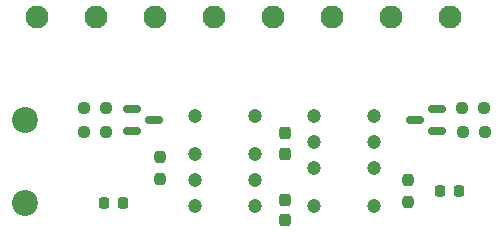
<source format=gbr>
%TF.GenerationSoftware,KiCad,Pcbnew,9.0.1*%
%TF.CreationDate,2025-06-11T23:13:24+02:00*%
%TF.ProjectId,PUTM_EV_CART_INDICATOR,5055544d-5f45-4565-9f43-4152545f494e,rev?*%
%TF.SameCoordinates,Original*%
%TF.FileFunction,Soldermask,Top*%
%TF.FilePolarity,Negative*%
%FSLAX46Y46*%
G04 Gerber Fmt 4.6, Leading zero omitted, Abs format (unit mm)*
G04 Created by KiCad (PCBNEW 9.0.1) date 2025-06-11 23:13:24*
%MOMM*%
%LPD*%
G01*
G04 APERTURE LIST*
G04 Aperture macros list*
%AMRoundRect*
0 Rectangle with rounded corners*
0 $1 Rounding radius*
0 $2 $3 $4 $5 $6 $7 $8 $9 X,Y pos of 4 corners*
0 Add a 4 corners polygon primitive as box body*
4,1,4,$2,$3,$4,$5,$6,$7,$8,$9,$2,$3,0*
0 Add four circle primitives for the rounded corners*
1,1,$1+$1,$2,$3*
1,1,$1+$1,$4,$5*
1,1,$1+$1,$6,$7*
1,1,$1+$1,$8,$9*
0 Add four rect primitives between the rounded corners*
20,1,$1+$1,$2,$3,$4,$5,0*
20,1,$1+$1,$4,$5,$6,$7,0*
20,1,$1+$1,$6,$7,$8,$9,0*
20,1,$1+$1,$8,$9,$2,$3,0*%
G04 Aperture macros list end*
%ADD10RoundRect,0.150000X-0.587500X-0.150000X0.587500X-0.150000X0.587500X0.150000X-0.587500X0.150000X0*%
%ADD11C,1.200000*%
%ADD12RoundRect,0.237500X0.237500X-0.287500X0.237500X0.287500X-0.237500X0.287500X-0.237500X-0.287500X0*%
%ADD13RoundRect,0.237500X-0.237500X0.250000X-0.237500X-0.250000X0.237500X-0.250000X0.237500X0.250000X0*%
%ADD14RoundRect,0.237500X-0.237500X0.287500X-0.237500X-0.287500X0.237500X-0.287500X0.237500X0.287500X0*%
%ADD15RoundRect,0.218750X0.218750X0.256250X-0.218750X0.256250X-0.218750X-0.256250X0.218750X-0.256250X0*%
%ADD16RoundRect,0.237500X0.250000X0.237500X-0.250000X0.237500X-0.250000X-0.237500X0.250000X-0.237500X0*%
%ADD17C,2.200000*%
%ADD18RoundRect,0.150000X0.587500X0.150000X-0.587500X0.150000X-0.587500X-0.150000X0.587500X-0.150000X0*%
%ADD19RoundRect,0.237500X-0.250000X-0.237500X0.250000X-0.237500X0.250000X0.237500X-0.250000X0.237500X0*%
%ADD20RoundRect,0.218750X-0.218750X-0.256250X0.218750X-0.256250X0.218750X0.256250X-0.218750X0.256250X0*%
%ADD21C,1.950000*%
G04 APERTURE END LIST*
D10*
%TO.C,Q5*%
X94062500Y-73050000D03*
X94062500Y-74950000D03*
X95937500Y-74000000D03*
%TD*%
D11*
%TO.C,K3*%
X99357500Y-73700000D03*
X99357500Y-76900000D03*
X99357500Y-79100000D03*
X99357500Y-81300000D03*
X104437500Y-81300000D03*
X104437500Y-79100000D03*
X104437500Y-76900000D03*
X104437500Y-73700000D03*
%TD*%
D12*
%TO.C,D2*%
X107000000Y-76875000D03*
X107000000Y-75125000D03*
%TD*%
D13*
%TO.C,R12*%
X96437500Y-77175000D03*
X96437500Y-79000000D03*
%TD*%
D14*
%TO.C,D1*%
X107000000Y-80750000D03*
X107000000Y-82500000D03*
%TD*%
D11*
%TO.C,K4*%
X114517500Y-81300000D03*
X114517500Y-78100000D03*
X114517500Y-75900000D03*
X114517500Y-73700000D03*
X109437500Y-73700000D03*
X109437500Y-75900000D03*
X109437500Y-78100000D03*
X109437500Y-81300000D03*
%TD*%
D15*
%TO.C,D4*%
X121725000Y-80000000D03*
X120150000Y-80000000D03*
%TD*%
D16*
%TO.C,R22*%
X123850000Y-73000000D03*
X122025000Y-73000000D03*
%TD*%
D17*
%TO.C,H1*%
X85000000Y-81000000D03*
%TD*%
D18*
%TO.C,Q4*%
X119875000Y-74950000D03*
X119875000Y-73050000D03*
X118000000Y-74000000D03*
%TD*%
D17*
%TO.C,H2*%
X85000000Y-74000000D03*
%TD*%
D16*
%TO.C,R6*%
X91850000Y-73000000D03*
X90025000Y-73000000D03*
%TD*%
D19*
%TO.C,R10*%
X122112500Y-75000000D03*
X123937500Y-75000000D03*
%TD*%
D20*
%TO.C,D3*%
X91712500Y-81000000D03*
X93287500Y-81000000D03*
%TD*%
D16*
%TO.C,R8*%
X91850000Y-75000000D03*
X90025000Y-75000000D03*
%TD*%
D21*
%TO.C,J1*%
X86000000Y-65280000D03*
X91000000Y-65280000D03*
X96000000Y-65280000D03*
X101000000Y-65280000D03*
X106000000Y-65280000D03*
X111000000Y-65280000D03*
X116000000Y-65280000D03*
X121000000Y-65280000D03*
%TD*%
D13*
%TO.C,R11*%
X117437500Y-79087500D03*
X117437500Y-80912500D03*
%TD*%
M02*

</source>
